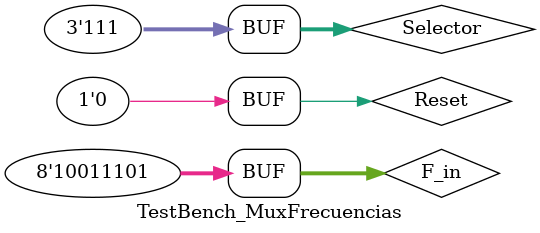
<source format=v>
`timescale 1ns / 1ps


module TestBench_MuxFrecuencias;

	// Inputs
	reg Reset;
	reg [7:0] F_in;
	reg [2:0] Selector;

	// Outputs
	wire Fsw;

	// Instantiate the Unit Under Test (UUT)
	Mux_Frecuencias uut (
		.Reset(Reset), 
		.F_in(F_in), 
		.Selector(Selector), 
		.Fsw(Fsw)
	);

	initial begin
		// Initialize Inputs
		Reset = 0;
		F_in = 0;
		Selector = 0;

		// Wait 100 ns for global reset to finish
		#100;
        
		// Add stimulus here
	F_in = 8'b10011101;
		#10;
		Selector = 3'b000;
		#10;
		Selector = 3'b001;
		#10;
		Selector = 3'b010;
		#10;
		Selector = 3'b011;
		#10;
		Selector = 3'b100;
		#10;
		Selector = 3'b101;
		#10;
		Selector = 3'b110;
		#10;
		Selector = 3'b111;
		#10;
		

	end
	always @(Selector)
		$display ("Selector=%b Fsw=%b",Selector,Fsw);
	
      
endmodule


</source>
